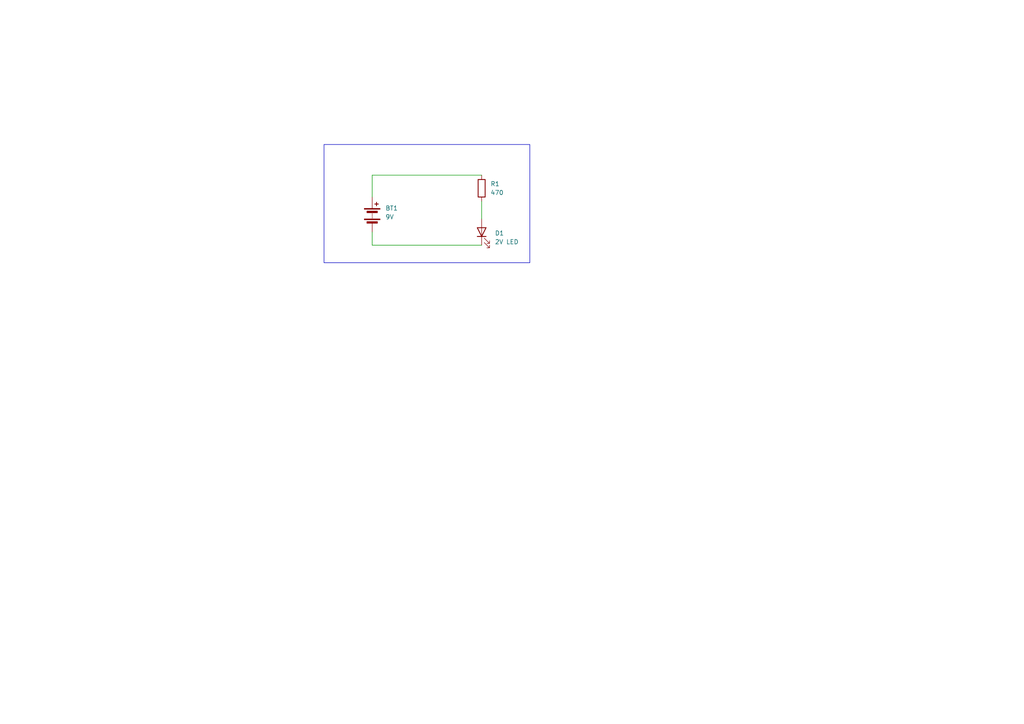
<source format=kicad_sch>
(kicad_sch (version 20231120) (generator "eeschema") (generator_version "8.0")
  (paper "A4")
  (title_block (title "simple LED circuit") (date "28/10/2024") (company "abdessamad essoufi"))
  (lib_symbols
    (symbol "Device:Battery" (pin_numbers hide) (pin_names (offset 0) hide)
      (property "Reference" "BT" (at 2.54 2.54 0))
      (property "Value" "Battery" (at 2.54 0 0))
      (symbol "Battery_0_1"
        (rectangle (start -2.286 -1.27) (end 2.286 -1.524) (fill (type outline)))
        (rectangle (start -2.286 1.778) (end 2.286 1.524) (fill (type outline)))
        (rectangle (start -1.524 -2.032) (end 1.524 -2.54) (fill (type outline)))
        (rectangle (start -1.524 1.016) (end 1.524 0.508) (fill (type outline)))
        (polyline (pts (xy 0 -1.016) (xy 0 -0.762)))
        (polyline (pts (xy 0 -0.508) (xy 0 -0.254)))
        (polyline (pts (xy 0 0) (xy 0 0.254)))
        (polyline (pts (xy 0 1.778) (xy 0 2.54)))
        (polyline (pts (xy 0.762 3.048) (xy 1.778 3.048)) (stroke (width 0.254)))
        (polyline (pts (xy 1.27 3.556) (xy 1.27 2.54)) (stroke (width 0.254)))
      )
      (symbol "Battery_1_1"
        (pin passive line (at 0 5.08 270) (length 2.54) (name "+") (number "1"))
        (pin passive line (at 0 -5.08 90) (length 2.54) (name "-") (number "2"))
      )
    )
    (symbol "Device:LED" (pin_numbers hide) (pin_names (offset 1.016) hide)
      (property "Reference" "D" (at 0 2.54 0))
      (property "Value" "LED" (at 0 -2.54 0))
      (symbol "LED_0_1"
        (polyline (pts (xy -1.27 -1.27) (xy -1.27 1.27)) (stroke (width 0.254)))
        (polyline (pts (xy -1.27 0) (xy 1.27 0)))
        (polyline (pts (xy 1.27 -1.27) (xy 1.27 1.27) (xy -1.27 0) (xy 1.27 -1.27)) (stroke (width 0.254)))
        (polyline (pts (xy -3.048 -0.762) (xy -4.572 -2.286) (xy -3.81 -2.286) (xy -4.572 -2.286) (xy -4.572 -1.524)))
        (polyline (pts (xy -1.778 -0.762) (xy -3.302 -2.286) (xy -2.54 -2.286) (xy -3.302 -2.286) (xy -3.302 -1.524)))
      )
      (symbol "LED_1_1"
        (pin passive line (at -3.81 0 0) (length 2.54) (name "K") (number "1"))
        (pin passive line (at 3.81 0 180) (length 2.54) (name "A") (number "2"))
      )
    )
    (symbol "Device:R" (pin_numbers hide) (pin_names (offset 0))
      (property "Reference" "R" (at 2.032 0 90))
      (property "Value" "R" (at 0 0 90))
      (symbol "R_0_1"
        (rectangle (start -1.016 -2.54) (end 1.016 2.54) (stroke (width 0.254)))
      )
      (symbol "R_1_1"
        (pin passive line (at 0 3.81 270) (length 1.27) (name "~") (number "1"))
        (pin passive line (at 0 -3.81 90) (length 1.27) (name "~") (number "2"))
      )
    )
  )
  (wire (pts (xy 139.7 50.8) (xy 107.95 50.8)))
  (wire (pts (xy 107.95 71.12) (xy 107.95 67.31)))
  (wire (pts (xy 139.7 58.42) (xy 139.7 63.5)))
  (wire (pts (xy 107.95 50.8) (xy 107.95 57.15)))
  (wire (pts (xy 139.7 71.12) (xy 107.95 71.12)))
  (rectangle (start 93.98 41.91) (end 153.67 76.2))
  (symbol (lib_id "Device:Battery") (at 107.95 62.23 0) (unit 1)
    (property "Reference" "BT1" (at 111.76 60.3884 0) (effects (justify left)))
    (property "Value" "9V" (at 111.76 62.9284 0) (effects (justify left)))
    (property "Footprint" "Connector_PinHeader_2.54mm:PinHeader_1x02_P2.54mm_Vertical" (effects (hide yes)))
    (property "Description" "Multiple-cell battery" (effects (hide yes)))
  )
  (symbol (lib_id "Device:LED") (at 139.7 67.31 90) (unit 1)
    (property "Reference" "D1" (at 143.51 67.6274 90) (effects (justify right)))
    (property "Value" "2V LED" (at 143.51 70.1674 90) (effects (justify right)))
    (property "Footprint" "LED_THT:LED_D5.0mm" (effects (hide yes)))
    (property "Description" "Light emitting diode" (effects (hide yes)))
  )
  (symbol (lib_id "Device:R") (at 139.7 54.61 0) (unit 1)
    (property "Reference" "R1" (at 142.24 53.3399 0) (effects (justify left)))
    (property "Value" "470" (at 142.24 55.8799 0) (effects (justify left)))
    (property "Footprint" "Resistor_THT:R_Axial_DIN0207_L6.3mm_D2.5mm_P10.16mm_Horizontal" (effects (hide yes)))
    (property "Description" "Resistor" (effects (hide yes)))
  )
)
</source>
